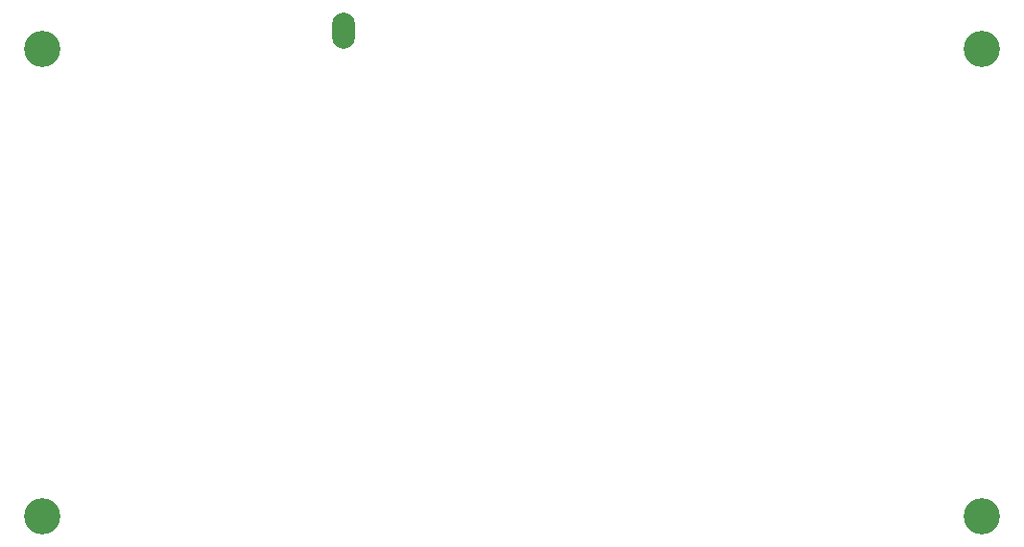
<source format=gbr>
%TF.GenerationSoftware,KiCad,Pcbnew,(7.0.0)*%
%TF.CreationDate,2023-03-02T11:53:53-08:00*%
%TF.ProjectId,JoyKeyMini-plate,4a6f794b-6579-44d6-996e-692d706c6174,1*%
%TF.SameCoordinates,Original*%
%TF.FileFunction,Soldermask,Top*%
%TF.FilePolarity,Negative*%
%FSLAX46Y46*%
G04 Gerber Fmt 4.6, Leading zero omitted, Abs format (unit mm)*
G04 Created by KiCad (PCBNEW (7.0.0)) date 2023-03-02 11:53:53*
%MOMM*%
%LPD*%
G01*
G04 APERTURE LIST*
%ADD10C,3.200000*%
%ADD11O,2.000000X3.200000*%
G04 APERTURE END LIST*
D10*
%TO.C,REF\u002A\u002A*%
X109326165Y-69363850D03*
%TD*%
%TO.C,REF\u002A\u002A*%
X26474165Y-69363850D03*
%TD*%
%TO.C,REF\u002A\u002A*%
X26474165Y-28206350D03*
%TD*%
D11*
%TO.C,*%
X53061799Y-26587599D03*
%TD*%
D10*
%TO.C,REF\u002A\u002A*%
X109326165Y-28138850D03*
%TD*%
M02*

</source>
